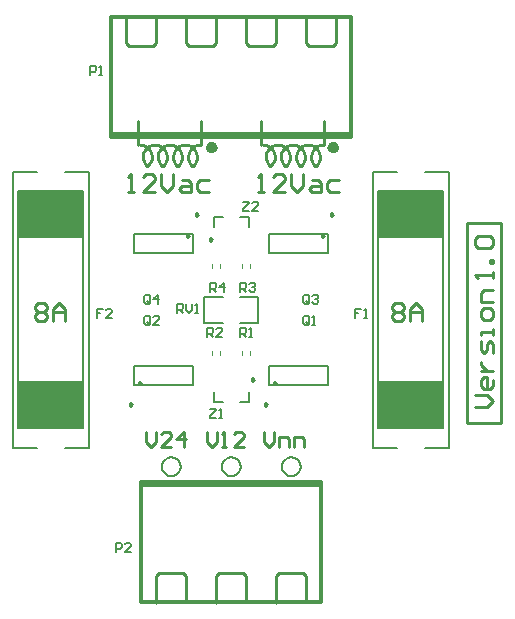
<source format=gto>
G04*
G04 #@! TF.GenerationSoftware,Altium Limited,Altium Designer,21.6.1 (37)*
G04*
G04 Layer_Color=65535*
%FSLAX25Y25*%
%MOIN*%
G70*
G04*
G04 #@! TF.SameCoordinates,6932302D-1246-4337-B808-B0F653D0E11F*
G04*
G04*
G04 #@! TF.FilePolarity,Positive*
G04*
G01*
G75*
%ADD10C,0.02000*%
%ADD11C,0.01000*%
%ADD12C,0.00500*%
%ADD13C,0.00984*%
%ADD14C,0.01200*%
%ADD15C,0.00787*%
%ADD16C,0.00394*%
%ADD17R,0.21654X0.15748*%
D10*
X196806Y181024D02*
X196306Y181890D01*
X195306Y181890D01*
X194806Y181024D01*
X195306Y180158D01*
X196306Y180158D01*
X196806Y181024D01*
X156288Y181024D02*
X155788Y181890D01*
X154788Y181890D01*
X154288Y181024D01*
X154788Y180158D01*
X155788Y180158D01*
X156288Y181024D01*
D11*
X133886Y174813D02*
X134554Y175525D01*
X135030Y176378D01*
X135285Y177320D01*
X135304Y178296D01*
X135086Y179248D01*
X134644Y180119D01*
X134004Y180856D01*
X133205Y181417D01*
X132294Y181767D01*
X131325Y181886D01*
X136312Y181886D02*
X135340Y181772D01*
X134425Y181426D01*
X133621Y180868D01*
X132977Y180131D01*
X132531Y179260D01*
X132310Y178306D01*
X132327Y177328D01*
X132581Y176382D01*
X133057Y175527D01*
X133727Y174813D01*
X141325Y181886D02*
X140353Y181772D01*
X139437Y181426D01*
X138634Y180868D01*
X137989Y180131D01*
X137543Y179260D01*
X137322Y178306D01*
X137339Y177328D01*
X137593Y176382D01*
X138070Y175527D01*
X138739Y174813D01*
X138892Y174813D02*
X139560Y175525D01*
X140036Y176378D01*
X140291Y177320D01*
X140310Y178296D01*
X140092Y179248D01*
X139650Y180118D01*
X139011Y180856D01*
X138212Y181417D01*
X137300Y181767D01*
X136331Y181886D01*
X146319Y181886D02*
X145350Y181767D01*
X144439Y181417D01*
X143639Y180856D01*
X143000Y180118D01*
X142558Y179248D01*
X142340Y178296D01*
X142359Y177320D01*
X142614Y176378D01*
X143090Y175525D01*
X143758Y174813D01*
X143911Y174813D02*
X144580Y175527D01*
X145056Y176382D01*
X145311Y177328D01*
X145328Y178306D01*
X145107Y179260D01*
X144661Y180131D01*
X144017Y180868D01*
X143213Y181426D01*
X142297Y181772D01*
X141325Y181886D01*
X148923Y174813D02*
X149593Y175527D01*
X150069Y176382D01*
X150323Y177328D01*
X150340Y178306D01*
X150119Y179260D01*
X149673Y180131D01*
X149029Y180868D01*
X148225Y181426D01*
X147310Y181772D01*
X146337Y181886D01*
X151325Y181886D02*
X150356Y181767D01*
X149445Y181417D01*
X148645Y180856D01*
X148006Y180119D01*
X147564Y179248D01*
X147346Y178296D01*
X147365Y177320D01*
X147620Y176378D01*
X148096Y175525D01*
X148764Y174813D01*
X192325Y181886D02*
X191356Y181767D01*
X190445Y181417D01*
X189646Y180856D01*
X189006Y180119D01*
X188564Y179248D01*
X188346Y178296D01*
X188365Y177320D01*
X188620Y176378D01*
X189096Y175525D01*
X189764Y174813D01*
X189923Y174813D02*
X190593Y175527D01*
X191069Y176382D01*
X191323Y177328D01*
X191340Y178306D01*
X191119Y179260D01*
X190673Y180131D01*
X190029Y180868D01*
X189225Y181426D01*
X188310Y181772D01*
X187338Y181886D01*
X184911Y174813D02*
X185580Y175527D01*
X186056Y176382D01*
X186311Y177328D01*
X186328Y178306D01*
X186107Y179260D01*
X185661Y180131D01*
X185017Y180868D01*
X184213Y181426D01*
X183297Y181772D01*
X182325Y181886D01*
X187319Y181886D02*
X186350Y181767D01*
X185439Y181417D01*
X184639Y180856D01*
X184000Y180118D01*
X183558Y179248D01*
X183340Y178296D01*
X183359Y177320D01*
X183614Y176378D01*
X184090Y175525D01*
X184758Y174813D01*
X179892Y174813D02*
X180560Y175525D01*
X181036Y176378D01*
X181291Y177320D01*
X181310Y178296D01*
X181092Y179248D01*
X180650Y180118D01*
X180011Y180856D01*
X179211Y181417D01*
X178300Y181767D01*
X177331Y181886D01*
X182325Y181886D02*
X181353Y181772D01*
X180437Y181426D01*
X179633Y180868D01*
X178989Y180131D01*
X178543Y179260D01*
X178322Y178306D01*
X178339Y177328D01*
X178594Y176382D01*
X179070Y175527D01*
X179739Y174813D01*
X177313Y181886D02*
X176340Y181772D01*
X175425Y181426D01*
X174621Y180868D01*
X173977Y180131D01*
X173531Y179260D01*
X173310Y178306D01*
X173327Y177328D01*
X173581Y176382D01*
X174057Y175527D01*
X174727Y174813D01*
X174886Y174813D02*
X175554Y175525D01*
X176030Y176378D01*
X176285Y177320D01*
X176304Y178296D01*
X176086Y179248D01*
X175644Y180119D01*
X175004Y180856D01*
X174205Y181417D01*
X173294Y181767D01*
X172325Y181886D01*
X251706Y89124D02*
X251706Y156024D01*
X240306Y89124D02*
X251706Y89124D01*
X240306Y156024D02*
X251706Y156024D01*
X240306Y89124D02*
X240306Y156024D01*
X151806Y181886D02*
X151806Y190024D01*
X130806Y181886D02*
X130806Y190024D01*
X171806Y181886D02*
X171806Y190024D01*
X192806Y181886D02*
X192806Y190024D01*
X166806Y215764D02*
X166806Y224661D01*
X166806Y215764D02*
X167806Y214764D01*
X175806Y214764D01*
X176806Y215764D01*
X176806Y224764D01*
X196806Y215764D02*
X196806Y224764D01*
X195806Y214764D02*
X196806Y215764D01*
X187806Y214764D02*
X195806Y214764D01*
X186806Y215764D02*
X187806Y214764D01*
X186806Y215764D02*
X186806Y224661D01*
X146806Y215764D02*
X146806Y224661D01*
X146806Y215764D02*
X147806Y214764D01*
X155806Y214764D01*
X156806Y215764D01*
X156806Y224764D01*
X136806Y215764D02*
X136806Y224764D01*
X135806Y214764D02*
X136806Y215764D01*
X127806Y214764D02*
X135806Y214764D01*
X126806Y215764D02*
X127806Y214764D01*
X126806Y215764D02*
X126806Y224661D01*
X146806Y29386D02*
X146806Y38284D01*
X145806Y39283D02*
X146806Y38284D01*
X137806Y39283D02*
X145806Y39283D01*
X136806Y38284D02*
X137806Y39283D01*
X136806Y29283D02*
X136806Y38284D01*
X156806Y29283D02*
X156806Y38284D01*
X157806Y39283D01*
X165806Y39283D01*
X166806Y38284D01*
X166806Y29386D02*
X166806Y38284D01*
X176806Y29283D02*
X176806Y38284D01*
X177806Y39283D01*
X185806Y39283D01*
X186806Y38284D01*
X186806Y29386D02*
X186806Y38284D01*
X215506Y128222D02*
X216506Y129222D01*
X218505Y129222D01*
X219505Y128222D01*
X219505Y127222D01*
X218505Y126223D01*
X219505Y125223D01*
X219505Y124223D01*
X218505Y123224D01*
X216506Y123224D01*
X215506Y124223D01*
X215506Y125223D01*
X216506Y126223D01*
X215506Y127222D01*
X215506Y128222D01*
X216506Y126223D02*
X218505Y126223D01*
X221504Y123224D02*
X221504Y127222D01*
X223504Y129222D01*
X225503Y127222D01*
X225503Y123224D01*
X225503Y126223D01*
X221504Y126223D01*
X96506Y128122D02*
X97506Y129122D01*
X99505Y129122D01*
X100505Y128122D01*
X100505Y127122D01*
X99505Y126123D01*
X100505Y125123D01*
X100505Y124123D01*
X99505Y123124D01*
X97506Y123124D01*
X96506Y124123D01*
X96506Y125123D01*
X97506Y126123D01*
X96506Y127122D01*
X96506Y128122D01*
X97506Y126123D02*
X99505Y126123D01*
X102504Y123124D02*
X102504Y127122D01*
X104504Y129122D01*
X106503Y127122D01*
X106503Y123124D01*
X106503Y126123D01*
X102504Y126123D01*
X249206Y137524D02*
X249206Y139523D01*
X249206Y138523D01*
X243208Y138523D01*
X244208Y137524D01*
X249206Y142522D02*
X248207Y142522D01*
X248207Y143522D01*
X249206Y143522D01*
X249206Y142522D01*
X244208Y147520D02*
X243208Y148520D01*
X243208Y150519D01*
X244208Y151519D01*
X248207Y151519D01*
X249206Y150519D01*
X249206Y148520D01*
X248207Y147520D01*
X244208Y147520D01*
X243008Y94624D02*
X247007Y94624D01*
X249006Y96623D01*
X247007Y98622D01*
X243008Y98622D01*
X249006Y103621D02*
X249006Y101621D01*
X248007Y100622D01*
X246007Y100622D01*
X245008Y101621D01*
X245008Y103621D01*
X246007Y104620D01*
X247007Y104620D01*
X247007Y100622D01*
X245008Y106620D02*
X249006Y106620D01*
X247007Y106620D01*
X246007Y107619D01*
X245008Y108619D01*
X245008Y109619D01*
X249006Y112618D02*
X249006Y115617D01*
X248007Y116616D01*
X247007Y115617D01*
X247007Y113618D01*
X246007Y112618D01*
X245008Y113618D01*
X245008Y116616D01*
X249006Y118616D02*
X249006Y120615D01*
X249006Y119615D01*
X245008Y119615D01*
X245008Y118616D01*
X249006Y124614D02*
X249006Y126613D01*
X248007Y127613D01*
X246007Y127613D01*
X245008Y126613D01*
X245008Y124614D01*
X246007Y123614D01*
X248007Y123614D01*
X249006Y124614D01*
X249006Y129612D02*
X245008Y129612D01*
X245008Y132611D01*
X246007Y133611D01*
X249006Y133611D01*
X127373Y166213D02*
X129373Y166213D01*
X128373Y166213D01*
X128373Y172211D01*
X127373Y171211D01*
X136370Y166213D02*
X132372Y166213D01*
X136370Y170211D01*
X136370Y171211D01*
X135371Y172211D01*
X133371Y172211D01*
X132372Y171211D01*
X138370Y172211D02*
X138370Y168212D01*
X140369Y166213D01*
X142368Y168212D01*
X142368Y172211D01*
X145367Y170211D02*
X147367Y170211D01*
X148366Y169212D01*
X148366Y166213D01*
X145367Y166213D01*
X144368Y167212D01*
X145367Y168212D01*
X148366Y168212D01*
X154365Y170211D02*
X151365Y170211D01*
X150366Y169212D01*
X150366Y167212D01*
X151365Y166213D01*
X154365Y166213D01*
X170806Y166213D02*
X172806Y166213D01*
X171806Y166213D01*
X171806Y172211D01*
X170806Y171211D01*
X179803Y166213D02*
X175805Y166213D01*
X179803Y170211D01*
X179803Y171211D01*
X178804Y172211D01*
X176804Y172211D01*
X175805Y171211D01*
X181803Y172211D02*
X181803Y168212D01*
X183802Y166213D01*
X185801Y168212D01*
X185801Y172211D01*
X188801Y170211D02*
X190800Y170211D01*
X191799Y169212D01*
X191799Y166213D01*
X188801Y166213D01*
X187801Y167212D01*
X188801Y168212D01*
X191799Y168212D01*
X197798Y170211D02*
X194799Y170211D01*
X193799Y169212D01*
X193799Y167212D01*
X194799Y166213D01*
X197798Y166213D01*
X153558Y86224D02*
X153558Y82891D01*
X155224Y81225D01*
X156891Y82891D01*
X156891Y86224D01*
X158557Y81225D02*
X160223Y81225D01*
X159390Y81225D01*
X159390Y86224D01*
X158557Y85391D01*
X166054Y81225D02*
X162722Y81225D01*
X166054Y84557D01*
X166054Y85391D01*
X165221Y86224D01*
X163555Y86224D01*
X162722Y85391D01*
X133457Y86224D02*
X133457Y82891D01*
X135123Y81225D01*
X136789Y82891D01*
X136789Y86224D01*
X141787Y81225D02*
X138455Y81225D01*
X141787Y84557D01*
X141787Y85391D01*
X140954Y86224D01*
X139288Y86224D01*
X138455Y85391D01*
X145953Y81225D02*
X145953Y86224D01*
X143454Y83724D01*
X146786Y83724D01*
X172827Y86224D02*
X172827Y82891D01*
X174493Y81225D01*
X176159Y82891D01*
X176159Y86224D01*
X177825Y81225D02*
X177825Y84557D01*
X180324Y84557D01*
X181158Y83724D01*
X181158Y81225D01*
X182824Y81225D02*
X182824Y84557D01*
X185323Y84557D01*
X186156Y83724D01*
X186156Y81225D01*
D12*
X164956Y74626D02*
X164802Y75599D01*
X164354Y76477D01*
X163658Y77174D01*
X162780Y77621D01*
X161806Y77775D01*
X160833Y77621D01*
X159955Y77174D01*
X159258Y76477D01*
X158811Y75599D01*
X158657Y74626D01*
X158811Y73652D01*
X159258Y72774D01*
X159955Y72078D01*
X160833Y71630D01*
X161806Y71476D01*
X162780Y71630D01*
X163658Y72078D01*
X164354Y72774D01*
X164802Y73652D01*
X164956Y74626D01*
X144956Y74626D02*
X144802Y75599D01*
X144354Y76477D01*
X143658Y77174D01*
X142780Y77621D01*
X141806Y77775D01*
X140833Y77621D01*
X139955Y77174D01*
X139258Y76477D01*
X138811Y75599D01*
X138657Y74626D01*
X138811Y73652D01*
X139258Y72774D01*
X139955Y72078D01*
X140833Y71630D01*
X141806Y71476D01*
X142780Y71630D01*
X143658Y72078D01*
X144354Y72774D01*
X144802Y73652D01*
X144956Y74626D01*
X184956Y74626D02*
X184802Y75599D01*
X184354Y76477D01*
X183658Y77174D01*
X182780Y77621D01*
X181806Y77775D01*
X180833Y77621D01*
X179955Y77174D01*
X179258Y76477D01*
X178811Y75599D01*
X178657Y74626D01*
X178811Y73652D01*
X179258Y72774D01*
X179955Y72078D01*
X180833Y71630D01*
X181806Y71476D01*
X182780Y71630D01*
X183658Y72078D01*
X184354Y72774D01*
X184802Y73652D01*
X184956Y74626D01*
X114807Y205264D02*
X114807Y208263D01*
X116306Y208263D01*
X116806Y207764D01*
X116806Y206764D01*
X116306Y206264D01*
X114807Y206264D01*
X117806Y205264D02*
X118806Y205264D01*
X118306Y205264D01*
X118306Y208263D01*
X117806Y207764D01*
X123307Y46312D02*
X123307Y49310D01*
X124807Y49310D01*
X125306Y48811D01*
X125306Y47811D01*
X124807Y47311D01*
X123307Y47311D01*
X128305Y46312D02*
X126306Y46312D01*
X128305Y48311D01*
X128305Y48811D01*
X127806Y49310D01*
X126806Y49310D01*
X126306Y48811D01*
X205106Y127323D02*
X203107Y127323D01*
X203107Y125824D01*
X204107Y125824D01*
X203107Y125824D01*
X203107Y124324D01*
X206106Y124324D02*
X207106Y124324D01*
X206606Y124324D01*
X206606Y127323D01*
X206106Y126823D01*
X119006Y127323D02*
X117007Y127323D01*
X117007Y125824D01*
X118007Y125824D01*
X117007Y125824D01*
X117007Y124324D01*
X122005Y124324D02*
X120006Y124324D01*
X122005Y126323D01*
X122005Y126823D01*
X121506Y127323D01*
X120506Y127323D01*
X120006Y126823D01*
X143806Y126024D02*
X143806Y129023D01*
X145306Y129023D01*
X145806Y128523D01*
X145806Y127523D01*
X145306Y127023D01*
X143806Y127023D01*
X144806Y127023D02*
X145806Y126024D01*
X146805Y129023D02*
X146805Y127023D01*
X147805Y126024D01*
X148805Y127023D01*
X148805Y129023D01*
X149804Y126024D02*
X150804Y126024D01*
X150304Y126024D01*
X150304Y129023D01*
X149804Y128523D01*
X154806Y94023D02*
X156806Y94023D01*
X156806Y93523D01*
X154806Y91523D01*
X154806Y91024D01*
X156806Y91024D01*
X157805Y91024D02*
X158805Y91024D01*
X158305Y91024D01*
X158305Y94023D01*
X157805Y93523D01*
X165806Y163023D02*
X167806Y163023D01*
X167806Y162523D01*
X165806Y160523D01*
X165806Y160024D01*
X167806Y160024D01*
X170805Y160024D02*
X168805Y160024D01*
X170805Y162023D01*
X170805Y162523D01*
X170305Y163023D01*
X169305Y163023D01*
X168805Y162523D01*
X187806Y122523D02*
X187806Y124523D01*
X187306Y125023D01*
X186306Y125023D01*
X185806Y124523D01*
X185806Y122523D01*
X186306Y122024D01*
X187306Y122024D01*
X186806Y123023D02*
X187806Y122024D01*
X187306Y122024D02*
X187806Y122523D01*
X188805Y122024D02*
X189805Y122024D01*
X189305Y122024D01*
X189305Y125023D01*
X188805Y124523D01*
X134806Y122523D02*
X134806Y124523D01*
X134306Y125023D01*
X133306Y125023D01*
X132806Y124523D01*
X132806Y122523D01*
X133306Y122024D01*
X134306Y122024D01*
X133806Y123023D02*
X134806Y122024D01*
X134306Y122024D02*
X134806Y122523D01*
X137805Y122024D02*
X135805Y122024D01*
X137805Y124023D01*
X137805Y124523D01*
X137305Y125023D01*
X136305Y125023D01*
X135805Y124523D01*
X187806Y129524D02*
X187806Y131523D01*
X187306Y132023D01*
X186306Y132023D01*
X185806Y131523D01*
X185806Y129524D01*
X186306Y129024D01*
X187306Y129024D01*
X186806Y130023D02*
X187806Y129024D01*
X187306Y129024D02*
X187806Y129524D01*
X188805Y131523D02*
X189305Y132023D01*
X190305Y132023D01*
X190805Y131523D01*
X190805Y131023D01*
X190305Y130523D01*
X189805Y130523D01*
X190305Y130523D01*
X190805Y130023D01*
X190805Y129524D01*
X190305Y129024D01*
X189305Y129024D01*
X188805Y129524D01*
X134806Y129524D02*
X134806Y131523D01*
X134306Y132023D01*
X133306Y132023D01*
X132806Y131523D01*
X132806Y129524D01*
X133306Y129024D01*
X134306Y129024D01*
X133806Y130023D02*
X134806Y129024D01*
X134306Y129024D02*
X134806Y129524D01*
X137305Y129024D02*
X137305Y132023D01*
X135805Y130523D01*
X137805Y130523D01*
X154806Y133024D02*
X154806Y136023D01*
X156306Y136023D01*
X156806Y135523D01*
X156806Y134523D01*
X156306Y134023D01*
X154806Y134023D01*
X155806Y134023D02*
X156806Y133024D01*
X159305Y133024D02*
X159305Y136023D01*
X157805Y134523D01*
X159805Y134523D01*
X164806Y133024D02*
X164806Y136023D01*
X166306Y136023D01*
X166806Y135523D01*
X166806Y134523D01*
X166306Y134023D01*
X164806Y134023D01*
X165806Y134023D02*
X166806Y133024D01*
X167805Y135523D02*
X168305Y136023D01*
X169305Y136023D01*
X169805Y135523D01*
X169805Y135023D01*
X169305Y134523D01*
X168805Y134523D01*
X169305Y134523D01*
X169805Y134023D01*
X169805Y133523D01*
X169305Y133024D01*
X168305Y133024D01*
X167805Y133523D01*
X153806Y118024D02*
X153806Y121023D01*
X155306Y121023D01*
X155806Y120523D01*
X155806Y119523D01*
X155306Y119023D01*
X153806Y119023D01*
X154806Y119023D02*
X155806Y118024D01*
X158805Y118024D02*
X156805Y118024D01*
X158805Y120023D01*
X158805Y120523D01*
X158305Y121023D01*
X157305Y121023D01*
X156805Y120523D01*
X164806Y118024D02*
X164806Y121023D01*
X166306Y121023D01*
X166806Y120523D01*
X166806Y119523D01*
X166306Y119023D01*
X164806Y119023D01*
X165806Y119023D02*
X166806Y118024D01*
X167805Y118024D02*
X168805Y118024D01*
X168305Y118024D01*
X168305Y121023D01*
X167805Y120523D01*
D13*
X169298Y103624D02*
X168560Y104050D01*
X168560Y103197D01*
X169298Y103624D01*
X155298Y150424D02*
X154560Y150850D01*
X154560Y149997D01*
X155298Y150424D01*
X173755Y95378D02*
X173017Y95804D01*
X173017Y94952D01*
X173755Y95378D01*
X176798Y102530D02*
X176060Y102956D01*
X176060Y102104D01*
X176798Y102530D01*
X128755Y95378D02*
X128017Y95804D01*
X128017Y94952D01*
X128755Y95378D01*
X131798Y102530D02*
X131060Y102956D01*
X131060Y102104D01*
X131798Y102530D01*
X195842Y158669D02*
X195104Y159096D01*
X195104Y158243D01*
X195842Y158669D01*
X192798Y151517D02*
X192060Y151944D01*
X192060Y151091D01*
X192798Y151517D01*
X150842Y158669D02*
X150103Y159096D01*
X150103Y158243D01*
X150842Y158669D01*
X147798Y151517D02*
X147060Y151944D01*
X147060Y151091D01*
X147798Y151517D01*
D14*
X161806Y224661D02*
X201806Y224661D01*
X201806Y184504D02*
X201806Y224661D01*
X161806Y184504D02*
X201806Y184504D01*
X161806Y185504D02*
X201806Y185504D01*
X121806Y185504D02*
X161806Y185504D01*
X121806Y184504D02*
X161806Y184504D01*
X121806Y224661D02*
X161806Y224661D01*
X121806Y184504D02*
X121806Y224661D01*
X131806Y68543D02*
X171806Y68543D01*
X131806Y69543D02*
X171806Y69543D01*
X131806Y29386D02*
X131806Y69543D01*
X131806Y29386D02*
X171806Y29386D01*
X191806Y29386D01*
X171806Y69543D02*
X191806Y69543D01*
X171806Y68543D02*
X191806Y68543D01*
X191806Y29386D02*
X191806Y69543D01*
D15*
X209204Y172889D02*
X217204Y172889D01*
X209204Y80889D02*
X217204Y80889D01*
X209204Y80889D02*
X209204Y172889D01*
X226306Y173024D02*
X234306Y173024D01*
X226306Y81024D02*
X234306Y81024D01*
X234306Y173024D02*
X234306Y81024D01*
X210783Y166394D02*
X232436Y166394D01*
X210783Y87653D02*
X210783Y166394D01*
X210783Y87653D02*
X232436Y87653D01*
X232436Y166394D01*
X112436Y87653D02*
X112436Y166394D01*
X90783Y87653D02*
X112436Y87653D01*
X90783Y87653D02*
X90783Y166394D01*
X112436Y166394D01*
X114306Y173024D02*
X114306Y81024D01*
X106306Y81024D02*
X114306Y81024D01*
X106306Y173024D02*
X114306Y173024D01*
X89204Y80889D02*
X89204Y172889D01*
X89204Y80889D02*
X97204Y80889D01*
X89204Y172889D02*
X97204Y172889D01*
X170861Y122693D02*
X170861Y131354D01*
X152751Y122693D02*
X152751Y131354D01*
X164562Y122693D02*
X170861Y122693D01*
X152751Y122693D02*
X159050Y122693D01*
X164562Y131354D02*
X170861Y131354D01*
X152751Y131354D02*
X159050Y131354D01*
X155901Y96268D02*
X159050Y96268D01*
X155901Y96268D02*
X155901Y99417D01*
X164562Y96268D02*
X167712Y96268D01*
X167712Y99417D01*
X164562Y157780D02*
X167712Y157780D01*
X167712Y154630D02*
X167712Y157780D01*
X155901Y157780D02*
X159050Y157780D01*
X155901Y154630D02*
X155901Y157780D01*
X174464Y101874D02*
X194149Y101874D01*
X174464Y108173D02*
X194149Y108173D01*
X174464Y101874D02*
X174464Y108173D01*
X194149Y101874D02*
X194149Y108173D01*
X129464Y101874D02*
X149149Y101874D01*
X129464Y108173D02*
X149149Y108173D01*
X129464Y101874D02*
X129464Y108173D01*
X149149Y101874D02*
X149149Y108173D01*
X174464Y152173D02*
X194149Y152173D01*
X174464Y145874D02*
X194149Y145874D01*
X194149Y152173D01*
X174464Y145874D02*
X174464Y152173D01*
X129464Y152173D02*
X149149Y152173D01*
X129464Y145874D02*
X149149Y145874D01*
X149149Y152173D01*
X129464Y145874D02*
X129464Y152173D01*
D16*
X158184Y140736D02*
X158184Y142311D01*
X155428Y140736D02*
X155428Y142311D01*
X168184Y140736D02*
X168184Y142311D01*
X165428Y140736D02*
X165428Y142311D01*
X158184Y111736D02*
X158184Y113311D01*
X155428Y111736D02*
X155428Y113311D01*
X168184Y111736D02*
X168184Y113311D01*
X165428Y111736D02*
X165428Y113311D01*
D17*
X221610Y158520D02*
D03*
X221610Y95535D02*
D03*
X101608Y95524D02*
D03*
X101610Y158520D02*
D03*
M02*

</source>
